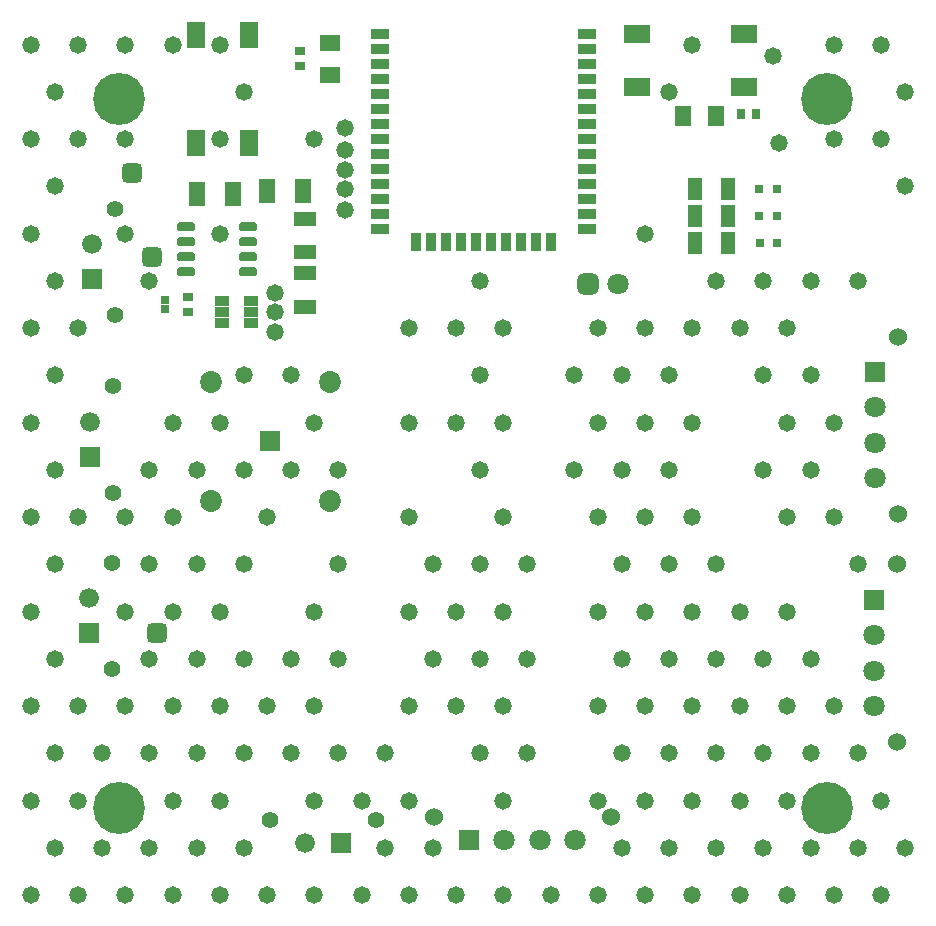
<source format=gbr>
%TF.GenerationSoftware,Altium Limited,Altium Designer,22.9.1 (49)*%
G04 Layer_Color=8388736*
%FSLAX23Y23*%
%MOIN*%
%TF.SameCoordinates,7E49B892-F471-4493-957F-970E4ADD815D*%
%TF.FilePolarity,Negative*%
%TF.FileFunction,Soldermask,Top*%
%TF.Part,Single*%
G01*
G75*
%TA.AperFunction,SMDPad,CuDef*%
%ADD13R,0.069X0.055*%
%ADD17R,0.032X0.030*%
%ADD19R,0.055X0.069*%
%ADD20R,0.030X0.032*%
%ADD21R,0.031X0.031*%
%ADD24R,0.059X0.035*%
%ADD25R,0.035X0.059*%
%TA.AperFunction,ComponentPad*%
%ADD28C,0.073*%
%ADD29R,0.067X0.067*%
%ADD44R,0.071X0.071*%
%ADD45C,0.071*%
%ADD46C,0.060*%
%ADD47C,0.056*%
%ADD48C,0.066*%
%ADD49R,0.066X0.066*%
%ADD50R,0.066X0.066*%
%ADD51R,0.071X0.071*%
%ADD52C,0.071*%
G04:AMPARAMS|DCode=53|XSize=71mil|YSize=71mil|CornerRadius=20mil|HoleSize=0mil|Usage=FLASHONLY|Rotation=0.000|XOffset=0mil|YOffset=0mil|HoleType=Round|Shape=RoundedRectangle|*
%AMROUNDEDRECTD53*
21,1,0.071,0.031,0,0,0.0*
21,1,0.031,0.071,0,0,0.0*
1,1,0.039,0.016,-0.016*
1,1,0.039,-0.016,-0.016*
1,1,0.039,-0.016,0.016*
1,1,0.039,0.016,0.016*
%
%ADD53ROUNDEDRECTD53*%
%TA.AperFunction,ViaPad*%
%ADD54C,0.058*%
%ADD55C,0.173*%
%TA.AperFunction,SMDPad,CuDef*%
%ADD61R,0.091X0.063*%
%ADD62R,0.057X0.079*%
G04:AMPARAMS|DCode=63|XSize=68mil|YSize=68mil|CornerRadius=19mil|HoleSize=0mil|Usage=FLASHONLY|Rotation=0.000|XOffset=0mil|YOffset=0mil|HoleType=Round|Shape=RoundedRectangle|*
%AMROUNDEDRECTD63*
21,1,0.068,0.030,0,0,0.0*
21,1,0.030,0.068,0,0,0.0*
1,1,0.038,0.015,-0.015*
1,1,0.038,-0.015,-0.015*
1,1,0.038,-0.015,0.015*
1,1,0.038,0.015,0.015*
%
%ADD63ROUNDEDRECTD63*%
%ADD64R,0.075X0.049*%
%ADD65R,0.051X0.034*%
G04:AMPARAMS|DCode=66|XSize=30mil|YSize=57mil|CornerRadius=6mil|HoleSize=0mil|Usage=FLASHONLY|Rotation=90.000|XOffset=0mil|YOffset=0mil|HoleType=Round|Shape=RoundedRectangle|*
%AMROUNDEDRECTD66*
21,1,0.030,0.045,0,0,90.0*
21,1,0.018,0.057,0,0,90.0*
1,1,0.012,0.023,0.009*
1,1,0.012,0.023,-0.009*
1,1,0.012,-0.023,-0.009*
1,1,0.012,-0.023,0.009*
%
%ADD66ROUNDEDRECTD66*%
%ADD67R,0.028X0.030*%
%ADD68R,0.051X0.073*%
%ADD69R,0.063X0.091*%
D13*
X2100Y3835D02*
D03*
Y3943D02*
D03*
D17*
X1625Y3045D02*
D03*
Y3095D02*
D03*
X2000Y3915D02*
D03*
Y3865D02*
D03*
D19*
X3277Y3700D02*
D03*
X3385D02*
D03*
D20*
X3470Y3705D02*
D03*
X3519D02*
D03*
D21*
X3590Y3455D02*
D03*
X3530D02*
D03*
X3590Y3365D02*
D03*
X3530D02*
D03*
X3590Y3275D02*
D03*
X3531D02*
D03*
D24*
X2954Y3973D02*
D03*
Y3923D02*
D03*
Y3873D02*
D03*
Y3823D02*
D03*
Y3773D02*
D03*
Y3723D02*
D03*
Y3673D02*
D03*
Y3623D02*
D03*
Y3573D02*
D03*
Y3523D02*
D03*
Y3473D02*
D03*
Y3423D02*
D03*
Y3373D02*
D03*
Y3323D02*
D03*
X2265D02*
D03*
Y3373D02*
D03*
Y3423D02*
D03*
Y3473D02*
D03*
Y3523D02*
D03*
Y3573D02*
D03*
Y3623D02*
D03*
Y3673D02*
D03*
Y3723D02*
D03*
Y3773D02*
D03*
Y3823D02*
D03*
Y3873D02*
D03*
Y3923D02*
D03*
Y3973D02*
D03*
D25*
X2834Y3280D02*
D03*
X2784D02*
D03*
X2734D02*
D03*
X2684D02*
D03*
X2634D02*
D03*
X2584D02*
D03*
X2534D02*
D03*
X2484D02*
D03*
X2434D02*
D03*
X2384D02*
D03*
D28*
X2099Y2416D02*
D03*
X1701D02*
D03*
X2099Y2814D02*
D03*
X1701D02*
D03*
D29*
X1900Y2615D02*
D03*
D44*
X3913Y2087D02*
D03*
X3915Y2846D02*
D03*
D45*
X3913Y1969D02*
D03*
Y1851D02*
D03*
Y1733D02*
D03*
X3915Y2728D02*
D03*
Y2610D02*
D03*
Y2492D02*
D03*
X2916Y1285D02*
D03*
X2798D02*
D03*
X2680D02*
D03*
D46*
X3990Y1614D02*
D03*
Y2205D02*
D03*
X3992Y2374D02*
D03*
Y2964D02*
D03*
X2444Y1362D02*
D03*
X3034D02*
D03*
D47*
X1377Y2798D02*
D03*
Y2444D02*
D03*
X1899Y1352D02*
D03*
X2253D02*
D03*
X1382Y3391D02*
D03*
Y3037D02*
D03*
X1372Y2211D02*
D03*
Y1857D02*
D03*
D48*
X1300Y2680D02*
D03*
X2017Y1275D02*
D03*
X1305Y3273D02*
D03*
X1295Y2093D02*
D03*
D49*
X1300Y2562D02*
D03*
X1305Y3155D02*
D03*
X1295Y1975D02*
D03*
D50*
X2135Y1275D02*
D03*
D51*
X2562Y1285D02*
D03*
D52*
X3060Y3140D02*
D03*
D53*
X2960D02*
D03*
D54*
X2047Y1417D02*
D03*
X2205D02*
D03*
X2283Y1260D02*
D03*
X2205Y1102D02*
D03*
X2047D02*
D03*
X1890D02*
D03*
X1811Y1260D02*
D03*
X3937Y3937D02*
D03*
X4016Y3780D02*
D03*
X3937Y3622D02*
D03*
X4016Y3465D02*
D03*
X3937Y1417D02*
D03*
X4016Y1260D02*
D03*
X3937Y1102D02*
D03*
X3780Y3937D02*
D03*
Y3622D02*
D03*
X3858Y3150D02*
D03*
X3780Y2677D02*
D03*
Y2362D02*
D03*
X3858Y2205D02*
D03*
X3780Y1732D02*
D03*
X3858Y1575D02*
D03*
Y1260D02*
D03*
X3780Y1102D02*
D03*
X3701Y3150D02*
D03*
X3622Y2992D02*
D03*
X3701Y2835D02*
D03*
X3622Y2677D02*
D03*
X3701Y2520D02*
D03*
X3622Y2362D02*
D03*
Y2047D02*
D03*
X3701Y1890D02*
D03*
X3622Y1732D02*
D03*
X3701Y1575D02*
D03*
X3622Y1417D02*
D03*
X3701Y1260D02*
D03*
X3622Y1102D02*
D03*
X3543Y3150D02*
D03*
X3465Y2992D02*
D03*
X3543Y2835D02*
D03*
Y2520D02*
D03*
X3465Y2047D02*
D03*
X3543Y1890D02*
D03*
X3465Y1732D02*
D03*
X3543Y1575D02*
D03*
X3465Y1417D02*
D03*
X3543Y1260D02*
D03*
X3465Y1102D02*
D03*
X3307Y3937D02*
D03*
X3386Y3150D02*
D03*
X3307Y2992D02*
D03*
Y2677D02*
D03*
Y2362D02*
D03*
X3386Y2205D02*
D03*
X3307Y2047D02*
D03*
X3386Y1890D02*
D03*
X3307Y1732D02*
D03*
X3386Y1575D02*
D03*
X3307Y1417D02*
D03*
X3386Y1260D02*
D03*
X3307Y1102D02*
D03*
X3228Y3780D02*
D03*
X3150Y3307D02*
D03*
Y2992D02*
D03*
X3228Y2835D02*
D03*
X3150Y2677D02*
D03*
X3228Y2520D02*
D03*
X3150Y2362D02*
D03*
X3228Y2205D02*
D03*
X3150Y2047D02*
D03*
X3228Y1890D02*
D03*
X3150Y1732D02*
D03*
X3228Y1575D02*
D03*
X3150Y1417D02*
D03*
X3228Y1260D02*
D03*
X3150Y1102D02*
D03*
X2992Y2992D02*
D03*
X3071Y2835D02*
D03*
X2992Y2677D02*
D03*
X3071Y2520D02*
D03*
X2992Y2362D02*
D03*
X3071Y2205D02*
D03*
X2992Y2047D02*
D03*
X3071Y1890D02*
D03*
X2992Y1732D02*
D03*
X3071Y1575D02*
D03*
X2992Y1417D02*
D03*
X3071Y1260D02*
D03*
X2992Y1102D02*
D03*
X2913Y2835D02*
D03*
Y2520D02*
D03*
X2835Y1102D02*
D03*
X2677Y2992D02*
D03*
Y2677D02*
D03*
Y2362D02*
D03*
X2756Y2205D02*
D03*
X2677Y2047D02*
D03*
X2756Y1890D02*
D03*
X2677Y1732D02*
D03*
X2756Y1575D02*
D03*
X2677Y1417D02*
D03*
Y1102D02*
D03*
X2598Y3150D02*
D03*
X2520Y2992D02*
D03*
X2598Y2835D02*
D03*
X2520Y2677D02*
D03*
X2598Y2520D02*
D03*
Y2205D02*
D03*
X2520Y2047D02*
D03*
X2598Y1890D02*
D03*
X2520Y1732D02*
D03*
X2598Y1575D02*
D03*
X2520Y1102D02*
D03*
X2362Y2992D02*
D03*
Y2677D02*
D03*
Y2362D02*
D03*
X2441Y2205D02*
D03*
X2362Y2047D02*
D03*
X2441Y1890D02*
D03*
X2362Y1732D02*
D03*
Y1417D02*
D03*
X2441Y1260D02*
D03*
X2362Y1102D02*
D03*
X2283Y1575D02*
D03*
X2047Y3622D02*
D03*
Y2677D02*
D03*
X2126Y2520D02*
D03*
Y2205D02*
D03*
X2047Y2047D02*
D03*
X2126Y1890D02*
D03*
X2047Y1732D02*
D03*
X2126Y1575D02*
D03*
X1969Y2835D02*
D03*
Y2520D02*
D03*
X1890Y2362D02*
D03*
X1969Y1890D02*
D03*
X1890Y1732D02*
D03*
X1969Y1575D02*
D03*
X1732Y3937D02*
D03*
X1811Y3780D02*
D03*
X1732Y3622D02*
D03*
Y3307D02*
D03*
X1811Y2835D02*
D03*
X1732Y2677D02*
D03*
X1811Y2520D02*
D03*
Y2205D02*
D03*
X1732Y2047D02*
D03*
X1811Y1890D02*
D03*
X1732Y1732D02*
D03*
X1811Y1575D02*
D03*
X1732Y1417D02*
D03*
Y1102D02*
D03*
X1575Y3937D02*
D03*
Y2677D02*
D03*
X1654Y2520D02*
D03*
X1575Y2362D02*
D03*
X1654Y2205D02*
D03*
X1575Y2047D02*
D03*
X1654Y1890D02*
D03*
X1575Y1732D02*
D03*
X1654Y1575D02*
D03*
X1575Y1417D02*
D03*
X1654Y1260D02*
D03*
X1575Y1102D02*
D03*
X1417Y3937D02*
D03*
Y3622D02*
D03*
Y3307D02*
D03*
X1496Y3150D02*
D03*
Y2520D02*
D03*
X1417Y2362D02*
D03*
X1496Y2205D02*
D03*
X1417Y2047D02*
D03*
X1496Y1890D02*
D03*
X1417Y1732D02*
D03*
X1496Y1575D02*
D03*
Y1260D02*
D03*
X1417Y1102D02*
D03*
X1260Y3937D02*
D03*
Y3622D02*
D03*
Y2992D02*
D03*
Y2362D02*
D03*
Y1732D02*
D03*
X1339Y1575D02*
D03*
X1260Y1417D02*
D03*
X1339Y1260D02*
D03*
X1260Y1102D02*
D03*
X1102Y3937D02*
D03*
X1181Y3780D02*
D03*
X1102Y3622D02*
D03*
X1181Y3465D02*
D03*
X1102Y3307D02*
D03*
X1181Y3150D02*
D03*
X1102Y2992D02*
D03*
X1181Y2835D02*
D03*
X1102Y2677D02*
D03*
X1181Y2520D02*
D03*
X1102Y2362D02*
D03*
X1181Y2205D02*
D03*
X1102Y2047D02*
D03*
X1181Y1890D02*
D03*
X1102Y1732D02*
D03*
X1181Y1575D02*
D03*
X1102Y1417D02*
D03*
X1181Y1260D02*
D03*
X1102Y1102D02*
D03*
X3595Y3610D02*
D03*
X3575Y3900D02*
D03*
X2150Y3660D02*
D03*
Y3585D02*
D03*
Y3385D02*
D03*
Y3455D02*
D03*
Y3520D02*
D03*
X1915Y2980D02*
D03*
Y3045D02*
D03*
Y3110D02*
D03*
D55*
X1394Y1394D02*
D03*
X3756D02*
D03*
Y3756D02*
D03*
X1394D02*
D03*
D61*
X3121Y3796D02*
D03*
X3479D02*
D03*
X3121Y3974D02*
D03*
X3479D02*
D03*
D62*
X2010Y3450D02*
D03*
X1890D02*
D03*
X1775Y3440D02*
D03*
X1655D02*
D03*
D63*
X1522Y1975D02*
D03*
X1505Y3230D02*
D03*
X1440Y3510D02*
D03*
D64*
X2015Y3357D02*
D03*
Y3245D02*
D03*
Y3063D02*
D03*
Y3175D02*
D03*
D65*
X1740Y3082D02*
D03*
Y3045D02*
D03*
Y3008D02*
D03*
X1834D02*
D03*
Y3045D02*
D03*
Y3082D02*
D03*
D66*
X1825Y3180D02*
D03*
Y3230D02*
D03*
Y3280D02*
D03*
Y3330D02*
D03*
X1618Y3180D02*
D03*
Y3230D02*
D03*
Y3280D02*
D03*
Y3330D02*
D03*
D67*
X1550Y3085D02*
D03*
Y3055D02*
D03*
D68*
X3427Y3365D02*
D03*
X3315D02*
D03*
X3427Y3275D02*
D03*
X3315D02*
D03*
X3427Y3455D02*
D03*
X3315D02*
D03*
D69*
X1829Y3611D02*
D03*
Y3969D02*
D03*
X1651Y3611D02*
D03*
Y3969D02*
D03*
%TF.MD5,4afead63c65bdc941d42c67bc73d518a*%
M02*

</source>
